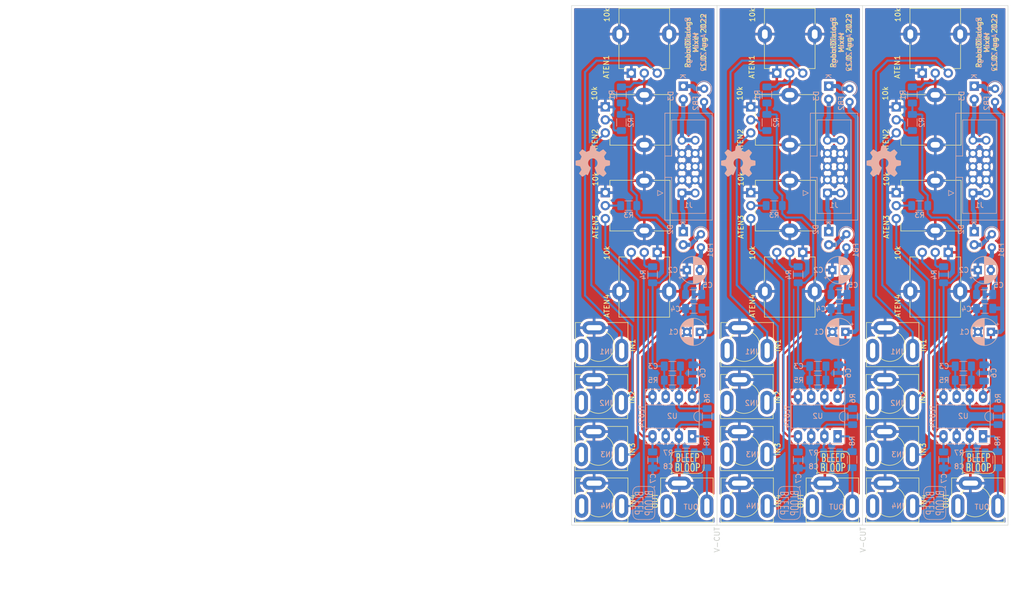
<source format=kicad_pcb>
(kicad_pcb (version 20211014) (generator pcbnew)
  (title_block (title "Mixer") (date "2022-08-06") (rev "1.0") (company "RobotDialogs"))
  (layers (0 "F.Cu" signal) (31 "B.Cu" signal) (34 "B.Paste" user) (35 "F.Paste" user) (36 "B.SilkS" user "B.Silkscreen") (37 "F.SilkS" user "F.Silkscreen") (38 "B.Mask" user) (39 "F.Mask" user) (44 "Edge.Cuts" user))
  (net 0 "")
  (net 1 "+12V")
  (net 2 "GND")
  (net 3 "-12V")
  (net 4 "Net-(ATEN1-Pad2)")
  (net 5 "Net-(ATEN1-Pad3)")
  (net 6 "-12VA")
  (net 7 "Net-(D2-Pad2)")
  (net 8 "Net-(D3-Pad1)")
  (net 9 "+12VA")
  (net 10 "Net-(ATEN2-Pad2)")
  (net 11 "Net-(ATEN3-Pad2)")
  (net 12 "Net-(J2-PadT)")
  (net 13 "Net-(U2-Pad1)")
  (net 14 "Net-(U2-Pad6)")
  (net 15 "Net-(ATEN3-Pad3)")
  (net 16 "Net-(ATEN4-Pad2)")
  (net 17 "Net-(ATEN4-Pad3)")
  (net 18 "Net-(U2-Pad7)")
  (net 19 "Net-(U2-Pad2)")
  (net 25 "Net-(J4-PadT)")
  (footprint "My Stuff:Jack_3.5mm_MJ-355W_Vertical" (layer "F.Cu") (at 161.65 145.416668 -90)
    (fp_text reference "J2")
    (fp_text value "OUT")
  )
  (footprint "My Stuff:Jack_3.5mm_MJ-355W_Vertical" (layer "F.Cu") (at 145.25 115.5 -90)
    (fp_text reference "J3")
    (fp_text value "IN1")
  )
  (footprint "My Stuff:Jack_3.5mm_MJ-355W_Vertical" (layer "F.Cu") (at 201.2 135.5 -90)
    (fp_text reference "J5")
    (fp_text value "IN3")
  )
  (footprint "My Stuff:Jack_3.5mm_MJ-355W_Vertical" (layer "F.Cu") (at 189.65 145.416668 -90)
    (fp_text reference "J2")
    (fp_text value "OUT")
  )
  (footprint "My Stuff:Logo2" (layer "F.Cu") (at 209.9 145.7 90)
    (fp_text reference "LOGO2" hide)
    (fp_text value "logo1" hide)
  )
  (footprint "My Stuff:Potentiometer_Alpha_RD901F-40-00D_Single_Vertical_w_3d" (layer "F.Cu") (at 182 72)
    (fp_text reference "ATEN2")
    (fp_text value "10k")
  )
  (footprint "My Stuff:Potentiometer_Alpha_RD901F-40-00D_Single_Vertical_w_3d" (layer "F.Cu") (at 182 88.5)
    (fp_text reference "ATEN3")
    (fp_text value "10k")
  )
  (footprint "My Stuff:Potentiometer_Alpha_RD901F-40-00D_Single_Vertical_w_3d" (layer "F.Cu") (at 210 72)
    (fp_text reference "ATEN2")
    (fp_text value "10k")
  )
  (footprint "My Stuff:Jack_3.5mm_MJ-355W_Vertical" (layer "F.Cu") (at 201.25 145.416668 -90)
    (fp_text reference "J6")
    (fp_text value "IN4")
  )
  (footprint "My Stuff:Jack_3.5mm_MJ-355W_Vertical" (layer "F.Cu") (at 173.25 145.416668 -90)
    (fp_text reference "J6")
    (fp_text value "IN4")
  )
  (footprint "My Stuff:Jack_3.5mm_MJ-355W_Vertical" (layer "F.Cu") (at 173.2 125.5 -90)
    (fp_text reference "J4")
    (fp_text value "IN2")
  )
  (footprint "My Stuff:Jack_3.5mm_MJ-355W_Vertical" (layer "F.Cu") (at 173.25 115.5 -90)
    (fp_text reference "J3")
    (fp_text value "IN1")
  )
  (footprint "My Stuff:Logo1" (layer "F.Cu") (at 190.3 137.9)
    (fp_text reference "LOGO1" hide)
    (fp_text value "logo1" hide)
  )
  (footprint "My Stuff:Jack_3.5mm_MJ-355W_Vertical" (layer "F.Cu") (at 217.65 145.416668 -90)
    (fp_text reference "J2")
    (fp_text value "OUT")
  )
  (footprint "My Stuff:Logo1" (layer "F.Cu") (at 162.3 137.9)
    (fp_text reference "LOGO1" hide)
    (fp_text value "logo1" hide)
  )
  (footprint "My Stuff:Potentiometer_Alpha_RD901F-40-00D_Single_Vertical_w_3d" (layer "F.Cu") (at 210 88.5)
    (fp_text reference "ATEN3")
    (fp_text value "10k")
  )
  (footprint "My Stuff:Potentiometer_Alpha_RD901F-40-00D_Single_Vertical_w_3d" (layer "F.Cu") (at 154 72)
    (fp_text reference "ATEN2")
    (fp_text value "10k")
  )
  (footprint "My Stuff:Jack_3.5mm_MJ-355W_Vertical" (layer "F.Cu") (at 145.25 145.416668 -90)
    (fp_text reference "J6")
    (fp_text value "IN4")
  )
  (footprint "My Stuff:Potentiometer_Alpha_RD901F-40-00D_Single_Vertical_w_3d" (layer "F.Cu") (at 182 105 -90)
    (fp_text reference "ATEN4")
    (fp_text value "10k")
  )
  (footprint "My Stuff:Potentiometer_Alpha_RD901F-40-00D_Single_Vertical_w_3d" (layer "F.Cu") (at 182 55.5 90)
    (fp_text reference "ATEN1")
    (fp_text value "10k")
  )
  (footprint "My Stuff:Jack_3.5mm_MJ-355W_Vertical" (layer "F.Cu") (at 145.2 135.5 -90)
    (fp_text reference "J5")
    (fp_text value "IN3")
  )
  (footprint "My Stuff:Potentiometer_Alpha_RD901F-40-00D_Single_Vertical_w_3d" (layer "F.Cu") (at 210 105 -90)
    (fp_text reference "ATEN4")
    (fp_text value "10k")
  )
  (footprint "My Stuff:Potentiometer_Alpha_RD901F-40-00D_Single_Vertical_w_3d" (layer "F.Cu") (at 210 55.5 90)
    (fp_text reference "ATEN1")
    (fp_text value "10k")
  )
  (footprint "My Stuff:Jack_3.5mm_MJ-355W_Vertical" (layer "F.Cu") (at 173.2 135.5 -90)
    (fp_text reference "J5")
    (fp_text value "IN3")
  )
  (footprint "My Stuff:Logo2" (layer "F.Cu") (at 181.9 145.7 90)
    (fp_text reference "LOGO2" hide)
    (fp_text value "logo1" hide)
  )
  (footprint "My Stuff:Jack_3.5mm_MJ-355W_Vertical" (layer "F.Cu") (at 201.2 125.5 -90)
    (fp_text reference "J4")
    (fp_text value "IN2")
  )
  (footprint "My Stuff:Potentiometer_Alpha_RD901F-40-00D_Single_Vertical_w_3d" (layer "F.Cu") (at 154 105 -90)
    (fp_text reference "ATEN4")
    (fp_text value "10k")
  )
  (footprint "My Stuff:Potentiometer_Alpha_RD901F-40-00D_Single_Vertical_w_3d" (layer "F.Cu") (at 154 88.5)
    (fp_text reference "ATEN3")
    (fp_text value "10k")
  )
  (footprint "My Stuff:Potentiometer_Alpha_RD901F-40-00D_Single_Vertical_w_3d" (layer "F.Cu") (at 154 55.5 90)
    (fp_text reference "ATEN1")
    (fp_text value "10k")
  )
  (footprint "My Stuff:Logo1" (layer "F.Cu") (at 218.3 137.9)
    (fp_text reference "LOGO1" hide)
    (fp_text value "logo1" hide)
  )
  (footprint "My Stuff:Logo2" (layer "F.Cu") (at 153.9 145.7 90)
    (fp_text reference "LOGO2" hide)
    (fp_text value "logo1" hide)
  )
  (footprint "My Stuff:Jack_3.5mm_MJ-355W_Vertical" (layer "F.Cu") (at 145.2 125.5 -90)
    (fp_text reference "J4")
    (fp_text value "IN2")
  )
  (footprint "My Stuff:Jack_3.5mm_MJ-355W_Vertical" (layer "F.Cu") (at 201.25 115.5 -90)
    (fp_text reference "J3")
    (fp_text value "IN1")
  )
  (footprint "Capacitor_SMD:C_1206_3216Metric_Pad1.33x1.80mm_HandSolder" (layer "B.Cu") (at 215.4 119.4)
    (fp_text reference "C3")
    (fp_text value "10pF")
  )
  (footprint "Symbol:OSHW-Symbol_6.7x6mm_SilkScreen" (layer "B.Cu") (at 200.1 80 180)
    (fp_text reference "LOGO3" hide)
    (fp_text value "Logo_Open_Hardware_Small" hide)
  )
  (footprint "Capacitor_THT:CP_Radial_D5.0mm_P2.50mm" (layer "B.Cu") (at 190.194888 100.9)
    (fp_text reference "C2")
    (fp_text value "100uF")
  )
  (footprint "Resistor_SMD:R_1206_3216Metric_Pad1.30x1.75mm_HandSolder" (layer "B.Cu") (at 218.05 136.1)
    (fp_text reference "R7")
    (fp_text value "100k")
  )
  (footprint "Diode_THT:D_A-405_P2.54mm_Vertical_KathodeUp" (layer "B.Cu") (at 217.5 65.5 -90)
    (fp_text reference "D3")
    (fp_text value "D")
  )
  (footprint "Package_DIP:DIP-8_W7.62mm_Socket_LongPads" (layer "B.Cu") (at 191.2 132.9 90)
    (fp_text reference "U2")
    (fp_text value "TL072")
  )
  (footprint "Resistor_SMD:R_1206_3216Metric_Pad1.30x1.75mm_HandSolder" (layer "B.Cu") (at 194 137.4 -90)
    (fp_text reference "R8")
    (fp_text value "1k")
  )
  (footprint "Symbol:OSHW-Symbol_6.7x6mm_SilkScreen" (layer "B.Cu") (at 172.1 80 180)
    (fp_text reference "LOGO3" hide)
    (fp_text value "Logo_Open_Hardware_Small" hide)
  )
  (footprint "Resistor_SMD:R_1206_3216Metric_Pad1.30x1.75mm_HandSolder" (layer "B.Cu") (at 207 88.5)
    (fp_text reference "R3")
    (fp_text value "47k")
  )
  (footprint "Inductor_THT:L_Axial_L6.6mm_D2.7mm_P2.54mm_Vertical_Vishay_IM-2" (layer "B.Cu") (at 220.9 94 -90)
    (fp_text reference "FB1")
    (fp_text value "FerriteBead")
  )
  (footprint "Inductor_THT:L_Axial_L6.6mm_D2.7mm_P2.54mm_Vertical_Vishay_IM-2" (layer "B.Cu") (at 192.9 94 -90)
    (fp_text reference "FB1")
    (fp_text value "FerriteBead")
  )
  (footprint "Capacitor_SMD:C_1206_3216Metric_Pad1.33x1.80mm_HandSolder" (layer "B.Cu") (at 155.6 137.4625 90)
    (fp_text reference "C7")
    (fp_text value "10nF")
  )
  (footprint "Resistor_SMD:R_1206_3216Metric_Pad1.30x1.75mm_HandSolder" (layer "B.Cu") (at 162.05 136.1)
    (fp_text reference "R7")
    (fp_text value "100k")
  )
  (footprint "Resistor_SMD:R_1206_3216Metric_Pad1.30x1.75mm_HandSolder" (layer "B.Cu") (at 155.6 101.8 -90)
    (fp_text reference "R4")
    (fp_text value "47k")
  )
  (footprint "Diode_THT:D_A-405_P2.54mm_Vertical_KathodeUp" (layer "B.Cu") (at 189.5 93.5 -90)
    (fp_text reference "D2")
    (fp_text value "D")
  )
  (footprint "Resistor_SMD:R_1206_3216Metric_Pad1.30x1.75mm_HandSolder" (layer "B.Cu") (at 222.1 129.1 -90)
    (fp_text reference "R6")
    (fp_text value "100k")
  )
  (footprint "Capacitor_THT:CP_Radial_D5.0mm_P2.50mm" (layer "B.Cu") (at 220.705113 112.8 180)
    (fp_text reference "C1")
    (fp_text value "100uF")
  )
  (footprint "Resistor_SMD:R_1206_3216Metric_Pad1.30x1.75mm_HandSolder" (layer "B.Cu") (at 205.6 72.5 90)
    (fp_text reference "R2")
    (fp_text value "47k")
  )
  (footprint "Capacitor_SMD:C_1206_3216Metric_Pad1.33x1.80mm_HandSolder" (layer "B.Cu") (at 191.4 120.7 90)
    (fp_text reference "C6")
    (fp_text value "10nF")
  )
  (footprint "Capacitor_SMD:C_1206_3216Metric_Pad1.33x1.80mm_HandSolder" (layer "B.Cu") (at 211.6 137.4625 90)
    (fp_text reference "C7")
    (fp_text value "10nF")
  )
  (footprint "Capacitor_SMD:C_1206_3216Metric_Pad1.33x1.80mm_HandSolder" (layer "B.Cu") (at 183.6 137.4625 90)
    (fp_text reference "C7")
    (fp_text value "10nF")
  )
  (footprint "Connector_IDC:IDC-Header_2x05_P2.54mm_Vertical" (layer "B.Cu") (at 189.2475 86.08)
    (fp_text reference "J1")
    (fp_text value "Conn_02x05_Odd_Even")
  )
  (footprint "Resistor_SMD:R_1206_3216Metric_Pad1.30x1.75mm_HandSolder" (layer "B.Cu") (at 179 88.5)
    (fp_text reference "R3")
    (fp_text value "47k")
  )
  (footprint "Connector_IDC:IDC-Header_2x05_P2.54mm_Vertical" (layer "B.Cu") (at 217.2475 86.08)
    (fp_text reference "J1")
    (fp_text value "Conn_02x05_Odd_Even")
  )
  (footprint "Connector_IDC:IDC-Header_2x05_P2.54mm_Vertical" (layer "B.Cu") (at 161.2475 86.08)
    (fp_text reference "J1")
    (fp_text value "Conn_02x05_Odd_Even")
  )
  (footprint "Resistor_SMD:R_1206_3216Metric_Pad1.30x1.75mm_HandSolder" (layer "B.Cu") (at 194.1 129.1 -90)
    (fp_text reference "R6")
    (fp_text value "100k")
  )
  (footprint "Diode_THT:D_A-405_P2.54mm_Vertical_KathodeUp" (layer "B.Cu") (at 217.5 93.5 -90)
    (fp_text reference "D2")
    (fp_text value "D")
  )
  (footprint "Diode_THT:D_A-405_P2.54mm_Vertical_KathodeUp" (layer "B.Cu") (at 161.5 65.5 -90)
    (fp_text reference "D3")
    (fp_text value "D")
  )
  (footprint "Capacitor_THT:CP_Radial_D5.0mm_P2.50mm" (layer "B.Cu") (at 218.194888 100.9)
    (fp_text reference "C2")
    (fp_text value "100uF")
  )
  (footprint "Resistor_SMD:R_1206_3216Metric_Pad1.30x1.75mm_HandSolder" (layer "B.Cu") (at 177.6 67.2 -90)
    (fp_text reference "R1")
    (fp_text value "47k")
  )
  (footprint "Capacitor_SMD:C_1206_3216Metric_Pad1.33x1.80mm_HandSolder" (layer "B.Cu") (at 191.5 108.3 180)
    (fp_text reference "C4")
    (fp_text value "10nF")
  )
  (footprint "Diode_THT:D_A-405_P2.54mm_Vertical_KathodeUp" (layer "B.Cu") (at 161.5 93.5 -90)
    (fp_text reference "D2")
    (fp_text value "D")
  )
  (footprint "Capacitor_SMD:C_1206_3216Metric_Pad1.33x1.80mm_HandSolder" (layer "B.Cu") (at 163.4 120.7 90)
    (fp_text reference "C6")
    (fp_text value "10nF")
  )
  (footprint "Inductor_THT:L_Axial_L6.6mm_D2.7mm_P2.54mm_Vertical_Vishay_IM-2" (layer "B.Cu") (at 221.5 66 -90)
    (fp_text reference "FB2")
    (fp_text value "FerriteBead")
  )
  (footprint "Resistor_SMD:R_1206_3216Metric_Pad1.30x1.75mm_HandSolder" (layer "B.Cu") (at 151 88.5)
    (fp_text reference "R3")
    (fp_text value "47k")
  )
  (footprint "Resistor_SMD:R_1206_3216Metric_Pad1.30x1.75mm_HandSolder" (layer "B.Cu") (at 205.6 67.2 -90)
    (fp_text reference "R1")
    (fp_text value "47k")
  )
  (footprint "Resistor_SMD:R_1206_3216Metric_Pad1.30x1.75mm_HandSolder" (layer "B.Cu") (at 215.4 122.100001)
    (fp_text reference "R5")
    (fp_text value "47k")
  )
  (footprint "Resistor_SMD:R_1206_3216Metric_Pad1.30x1.75mm_HandSolder" (layer "B.Cu") (at 211.6 101.8 -90)
    (fp_text reference "R4")
    (fp_text value "47k")
  )
  (footprint "Capacitor_THT:CP_Radial_D5.0mm_P2.50mm" (layer "B.Cu") (at 164.705113 112.8 180)
    (fp_text reference "C1")
    (fp_text value "100uF")
  )
  (footprint "Resistor_SMD:R_1206_3216Metric_Pad1.30x1.75mm_HandSolder" (layer "B.Cu") (at 159.4 122.100001)
    (fp_text reference "R5")
    (fp_text value "47k")
  )
  (footprint "Resistor_SMD:R_1206_3216Metric_Pad1.30x1.75mm_HandSolder" (layer "B.Cu") (at 149.6 72.5 90)
    (fp_text reference "R2")
    (fp_text value "47k")
  )
  (footprint "Capacitor_SMD:C_1206_3216Metric_Pad1.33x1.80mm_HandSolder" (layer "B.Cu") (at 190.0625 138.75)
    (fp_text reference "C8")
    (fp_text value "10pF")
  )
  (footprint "Resistor_SMD:R_1206_3216Metric_Pad1.30x1.75mm_HandSolder" (layer "B.Cu") (at 177.6 72.5 90)
    (fp_text reference "R2")
    (fp_text value "47k")
  )
  (footprint "Package_DIP:DIP-8_W7.62mm_Socket_LongPads" (layer "B.Cu") (at 219.2 132.9 90)
    (fp_text reference "U2")
    (fp_text value "TL072")
  )
  (footprint "Capacitor_SMD:C_1206_3216Metric_Pad1.33x1.80mm_HandSolder" (layer "B.Cu") (at 191.5 105.6 180)
    (fp_text reference "C5")
    (fp_text value "10nF")
  )
  (footprint "Capacitor_SMD:C_1206_3216Metric_Pad1.33x1.80mm_HandSolder" (layer "B.Cu") (at 187.4 119.4)
    (fp_text reference "C3")
    (fp_text value "10pF")
  )
  (footprint "Capacitor_SMD:C_1206_3216Metric_Pad1.33x1.80mm_HandSolder" (layer "B.Cu") (at 218.0625 138.75)
    (fp_text reference "C8")
    (fp_text value "10pF")
  )
  (footprint "Package_DIP:DIP-8_W7.62mm_Socket_LongPads" (layer "B.Cu") (at 163.2 132.9 90)
    (fp_text reference "U2")
    (fp_text value "TL072")
  )
  (footprint "Resistor_SMD:R_1206_3216Metric_Pad1.30x1.75mm_HandSolder" (layer "B.Cu") (at 149.6 67.2 -90)
    (fp_text reference "R1")
    (fp_text value "47k")
  )
  (footprint "Capacitor_THT:CP_Radial_D5.0mm_P2.50mm" (layer "B.Cu") (at 192.705113 112.8 180)
    (fp_text reference "C1")
    (fp_text value "100uF")
  )
  (footprint "Resistor_SMD:R_1206_3216Metric_Pad1.30x1.75mm_HandSolder" (layer "B.Cu") (at 166.1 129.1 -90)
    (fp_text reference "R6")
    (fp_text value "100k")
  )
  (footprint "Symbol:OSHW-Symbol_6.7x6mm_SilkScreen" (layer "B.Cu") (at 144.1 80 180)
    (fp_text reference "LOGO3" hide)
    (fp_text value "Logo_Open_Hardware_Small" hide)
  )
  (footprint "Capacitor_SMD:C_1206_3216Metric_Pad1.33x1.80mm_HandSolder" (layer "B.Cu") (at 163.5 108.3 180)
    (fp_text reference "C4")
    (fp_text value "10nF")
  )
  (footprint "Resistor_SMD:R_1206_3216Metric_Pad1.30x1.75mm_HandSolder" (layer "B.Cu") (at 187.4 122.100001)
    (fp_text reference "R5")
    (fp_text value "47k")
  )
  (footprint "Resistor_SMD:R_1206_3216Metric_Pad1.30x1.75mm_HandSolder" (layer "B.Cu") (at 222 137.4 -90)
    (fp_text reference "R8")
    (fp_text value "1k")
  )
  (footprint "Capacitor_SMD:C_1206_3216Metric_Pad1.33x1.80mm_HandSolder" (layer "B.Cu") (at 219.5 105.6 180)
    (fp_text reference "C5")
    (fp_text value "10nF")
  )
  (footprint "Capacitor_SMD:C_1206_3216Metric_Pad1.33x1.80mm_HandSolder" (layer "B.Cu") (at 163.5 105.6 180)
    (fp_text reference "C5")
    (fp_text value "10nF")
  )
  (footprint "Capacitor_THT:CP_Radial_D5.0mm_P2.50mm" (layer "B.Cu") (at 162.194888 100.9)
    (fp_text reference "C2")
    (fp_text value "100uF")
  )
  (footprint "Capacitor_SMD:C_1206_3216Metric_Pad1.33x1.80mm_HandSolder" (layer "B.Cu") (at 162.0625 138.75)
    (fp_text reference "C8")
    (fp_text value "10pF")
  )
  (footprint "Capacitor_SMD:C_1206_3216Metric_Pad1.33x1.80mm_HandSolder" (layer "B.Cu") (at 159.4 119.4)
    (fp_text reference "C3")
    (fp_text value "10pF")
  )
  (footprint "Inductor_THT:L_Axial_L6.6mm_D2.7mm_P2.54mm_Vertical_Vishay_IM-2" (layer "B.Cu") (at 164.9 94 -90)
    (fp_text reference "FB1")
    (fp_text value "FerriteBead")
  )
  (footprint "Capacitor_SMD:C_1206_3216Metric_Pad1.33x1.80mm_HandSolder" (layer "B.Cu") (at 219.4 120.7 90)
    (fp_text reference "C6")
    (fp_text value "10nF")
  )
  (footprint "Resistor_SMD:R_1206_3216Metric_Pad1.30x1.75mm_HandSolder" (layer "B.Cu") (at 183.6 101.8 -90)
    (fp_text reference "R4")
    (fp_text value "47k")
  )
  (footprint "Resistor_SMD:R_1206_3216Metric_Pad1.30x1.75mm_HandSolder" (layer "B.Cu") (at 190.05 136.1)
    (fp_text reference "R7")
    (fp_text value "100k")
  )
  (footprint "Resistor_SMD:R_1206_3216Metric_Pad1.30x1.75mm_HandSolder" (layer "B.Cu") (at 166 137.4 -90)
    (fp_text reference "R8")
    (fp_text value "1k")
  )
  (footprint "Capacitor_SMD:C_1206_3216Metric_Pad1.33x1.80mm_HandSolder" (layer "B.Cu") (at 219.5 108.3 180)
    (fp_text reference "C4")
    (fp_text value "10nF")
  )
  (footprint "Inductor_THT:L_Axial_L6.6mm_D2.7mm_P2.54mm_Vertical_Vishay_IM-2" (layer "B.Cu") (at 165.5 66 -90)
    (fp_text reference "FB2")
    (fp_text value "FerriteBead")
  )
  (footprint "Diode_THT:D_A-405_P2.54mm_Vertical_KathodeUp" (layer "B.Cu") (at 189.5 65.5 -90)
    (fp_text reference "D3")
    (fp_text value "D")
  )
  (footprint "Inductor_THT:L_Axial_L6.6mm_D2.7mm_P2.54mm_Vertical_Vishay_IM-2" (layer "B.Cu") (at 193.5 66 -90)
    (fp_text reference "FB2")
    (fp_text value "FerriteBead")
  )
  (gr_rect (start 140 50) (end 224 150) (layer "Edge.Cuts") (width 0.1) (fill none))
  (gr_line (start 196 50) (end 196 150) (layer "Edge.Cuts") (width 0.1))
  (gr_line (start 168 150) (end 168 50) (layer "Edge.Cuts") (width 0.1))
  (gr_text "RobotDialogs\n" (at 190.4 57.1 90) (layer "B.SilkS") (effects (font (size 1 1)) (justify mirror)))
  (gr_text "IN1" (at 202.6 116.6) (layer "B.SilkS") (effects (font (size 1 1)) (justify mirror)))
  (gr_text "TL074" (at 153.5 129.1 90) (layer "B.SilkS") (effects (font (size 1 1)) (justify mirror)))
  (gr_text "IN2" (at 174.6 126.5) (layer "B.SilkS") (effects (font (size 1 1)) (justify mirror)))
  (gr_text "v1.0 Aug 2022" (at 165.4 57.1 90) (layer "B.SilkS") (effects (font (size 1 1)) (justify mirror)))
  (gr_text "IN3" (at 146.8 136.4) (layer "B.SilkS") (effects (font (size 1 1)) (justify mirror)))
  (gr_text "IN2" (at 202.6 126.5) (layer "B.SilkS") (effects (font (size 1 1)) (justify mirror)))
  (gr_text "IN4" (at 146.8 146.3) (layer "B.SilkS") (effects (font (size 1 1)) (justify mirror)))
  (gr_text "IN2" (at 146.6 126.5) (layer "B.SilkS") (effects (font (size 1 1)) (justify mirror)))
  (gr_text "IN4" (at 202.8 146.3) (layer "B.SilkS") (effects (font (size 1 1)) (justify mirror)))
  (gr_text "TL074" (at 209.5 129.1 90) (layer "B.SilkS") (effects (font (size 1 1)) (justify mirror)))
  (gr_text "v1.0 Aug 2022" (at 193.4 57.1 90) (layer "B.SilkS") (effects (font (size 1 1)) (justify mirror)))
  (gr_text "IN3" (at 202.8 136.4) (layer "B.SilkS") (effects (font (size 1 1)) (justify mirror)))
  (gr_text "Mixer" (at 191.9 57.1 90) (layer "B.SilkS") (effects (font (size 1 1)) (justify mirror)))
  (gr_text "v1.0 Aug 2022" (at 221.4 57.1 90) (layer "B.SilkS") (effects (font (size 1 1)) (justify mirror)))
  (gr_text "TL074" (at 181.5 129.1 90) (layer "B.SilkS") (effects (font (size 1 1)) (justify mirror)))
  (gr_text "OUT" (at 219 146.5) (layer "B.SilkS") (effects (font (size 1 1)) (justify mirror)))
  (gr_text "IN3" (at 174.8 136.4) (layer "B.SilkS") (effects (font (size 1 1)) (justify mirror)))
  (gr_text "IN1" (at 146.6 116.6) (layer "B.SilkS") (effects (font (size 1 1)) (justify mirror)))
  (gr_text "RobotDialogs\n" (at 162.4 57.1 90) (layer "B.SilkS") (effects (font (size 1 1)) (justify mirror)))
  (gr_text "RobotDialogs\n" (at 218.4 57.1 90) (layer "B.SilkS") (effects (font (size 1 1)) (justify mirror)))
  (gr_text "OUT" (at 191 146.5) (layer "B.SilkS") (effects (font (size 1 1)) (justify mirror)))
  (gr_text "IN4" (at 174.8 146.3) (layer "B.SilkS") (effects (font (size 1 1)) (justify mirror)))
  (gr_text "IN1" (at 174.6 116.6) (layer "B.SilkS") (effects (font (size 1 1)) (justify mirror)))
  (gr_text "OUT" (at 163 146.5) (layer "B.SilkS") (effects (font (size 1 1)) (justify mirror)))
  (gr_text "Mixer" (at 219.9 57.1 90) (layer "B.SilkS") (effects (font (size 1 1)) (justify mirror)))
  (gr_text "Mixer" (at 163.9 57.1 90) (layer "B.SilkS") (effects (font (size 1 1)) (justify mirror)))
  (gr_text "v1.0 Aug 2022" (at 165.4 57.1 90) (layer "F.SilkS") (effects (font (size 1 1))))
  (gr_text "Mixer" (at 163.9 57.1 90) (layer "F.SilkS") (effects (font (size 1 1))))
  (gr_text "RobotDialogs\n" (at 190.4 57.1 90) (layer "F.SilkS") (effects (font (size 1 1))))
  (gr_text "RobotDialogs\n" (at 162.4 57.1 90) (layer "F.SilkS") (effects (font (size 1 1))))
  (gr_text "v1.0 Aug 2022" (at 193.4 57.1 90) (layer "F.SilkS") (effects (font (size 1 1))))
  (gr_text "v1.0 Aug 2022" (at 221.4 57.1 90) (layer "F.SilkS") (effects (font (size 1 1))))
  (gr_text "RobotDialogs\n" (at 218.4 57.1 90) (layer "F.SilkS") (effects (font (size 1 1))))
  (gr_text "Mixer" (at 191.9 57.1 90) (layer "F.SilkS") (effects (font (size 1 1))))
  (gr_text "Mixer" (at 219.9 57.1 90) (layer "F.SilkS") (effects (font (size 1 1))))
  (gr_text "V-CUT" (at 196.1 152.8 90) (layer "Edge.Cuts") (effects (font (size 1 1))))
  (gr_text "V-CUT" (at 168 152.8 90) (layer "Edge.Cuts") (effects (font (size 1 1))))
  (segment (start 164.705113 123.774887) (end 163.2 125.28) (width 0.4) (layer "F.Cu") (net 1))
  (segment (start 192.705113 123.774887) (end 191.2 125.28) (width 0.4) (layer "F.Cu") (net 1))
  (segment (start 164.705113 112.8) (end 164.705113 123.774887) (width 0.4) (layer "F.Cu") (net 1))
  (segment (start 220.705113 112.8) (end 220.705113 123.774887) (width 0.4) (layer "F.Cu") (net 1))
  (segment (start 192.705113 112.8) (end 192.705113 123.774887) (width 0.4) (layer "F.Cu") (net 1))
  (segment (start 220.705113 123.774887) (end 219.2 125.28) (width 0.4) (layer "F.Cu") (net 1))
  (segment (start 165.5 68.54) (end 165.5 70.2) (width 0.8) (layer "B.Cu") (net 1))
  (segment (start 222.9 112.4) (end 222.5 112.8) (width 0.8) (layer "B.Cu") (net 1))
  (segment (start 191.4 122.2625) (end 191.4 123.2) (width 0.4) (layer "B.Cu") (net 1))
  (segment (start 193.5 70.2) (end 194.9 71.6) (width 0.8) (layer "B.Cu") (net 1))
  (segment (start 165.5 70.2) (end 166.9 71.6) (width 0.8) (layer "B.Cu") (net 1))
  (segment (start 219.4 122.2625) (end 219.4 123.2) (width 0.4) (layer "B.Cu") (net 1))
  (segment (start 166.5 112.8) (end 164.705113 112.8) (width 0.8) (layer "B.Cu") (net 1))
  (segment (start 191.4 123.2) (end 191.2 123.4) (width 0.4) (layer "B.Cu") (net 1))
  (segment (start 194.5 112.8) (end 192.705113 112.8) (width 0.8) (layer "B.Cu") (net 1))
  (segment (start 163.4 122.2625) (end 163.4 123.2) (width 0.4) (layer "B.Cu") (net 1))
  (segment (start 221.0625 108.3) (end 222.9 108.3) (width 0.8) (layer "B.Cu") (net 1))
  (segment (start 219.2 123.4) (end 219.2 125.28) (width 0.4) (layer "B.Cu") (net 1))
  (segment (start 222.5 112.8) (end 220.705113 112.8) (width 0.8) (layer "B.Cu") (net 1))
  (segment (start 193.0625 108.3) (end 194.9 108.3) (width 0.8) (layer "B.Cu") (net 1))
  (segment (start 222.9 71.6) (end 222.9 108.3) (width 0.8) (layer "B.Cu") (net 1))
  (segment (start 163.2 123.4) (end 163.2 125.28) (width 0.4) (layer "B.Cu") (net 1))
  (segment (start 193.5 68.54) (end 193.5 70.2) (width 0.8) (layer "B.Cu") (net 1))
  (segment (start 219.4 123.2) (end 219.2 123.4) (width 0.4) (layer "B.Cu") (net 1))
  (segment (start 222.9 108.3) (end 222.9 112.4) (width 0.8) (layer "B.Cu") (net 1))
  (segment (start 166.9 108.3) (end 166.9 112.4) (width 0.8) (layer "B.Cu") (net 1))
  (segment (start 221.5 68.54) (end 221.5 70.2) (width 0.8) (layer "B.Cu") (net 1))
  (segment (start 194.9 108.3) (end 194.9 112.4) (width 0.8) (layer "B.Cu") (net 1))
  (segment (start 163.4 123.2) (end 163.2 123.4) (width 0.4) (layer "B.Cu") (net 1))
  (segment (start 221.5 70.2) (end 222.9 71.6) (width 0.8) (layer "B.Cu") (net 1))
  (segment (start 194.9 112.4) (end 194.5 112.8) (width 0.8) (layer "B.Cu") (net 1))
  (segment (start 194.9 71.6) (end 194.9 108.3) (width 0.8) (layer "B.Cu") (net 1))
  (segment (start 166.9 112.4) (end 166.5 112.8) (width 0.8) (layer "B.Cu") (net 1))
  (segment (start 191.2 123.4) (end 191.2 125.28) (width 0.4) (layer "B.Cu") (net 1))
  (segment (start 165.0625 108.3) (end 166.9 108.3) (width 0.8) (layer "B.Cu") (net 1))
  (segment (start 166.9 71.6) (end 166.9 108.3) (width 0.8) (layer "B.Cu") (net 1))
  (segment (start 180.7 117.2) (end 180.7 131.9) (width 0.4) (layer "F.Cu") (net 3))
  (segment (start 208.7 117.2) (end 208.7 131.9) (width 0.4) (layer "F.Cu") (net 3))
  (segment (start 164.694888 105.205112) (end 152.7 117.2) (width 0.4) (layer "F.Cu") (net 3))
  (segment (start 220.694888 105.205112) (end 208.7 117.2) (width 0.4) (layer "F.Cu") (net 3))
  (segment (start 152.7 131.9) (end 153.7 132.9) (width 0.4) (layer "F.Cu") (net 3))
  (segment (start 180.7 131.9) (end 181.7 132.9) (width 0.4) (layer "F.Cu") (net 3))
  (segment (start 209.7 132.9) (end 211.58 132.9) (width 0.4) (layer "F.Cu") (net 3))
  (segment (start 220.694888 100.9) (end 220.694888 105.205112) (width 0.4) (layer "F.Cu") (net 3))
  (segment (start 153.7 132.9) (end 155.58 132.9) (width 0.4) (layer "F.Cu") (net 3))
  (segment (start 152.7 117.2) (end 152.7 131.9) (width 0.4) (layer "F.Cu") (net 3))
  (segment (start 192.694888 100.9) (end 192.694888 105.205112) (width 0.4) (layer "F.Cu") (net 3))
  (segment (start 192.694888 105.205112) (end 180.7 117.2) (width 0.4) (layer "F.Cu") (net 3))
  (segment (start 164.694888 100.9) (end 164.694888 105.205112) (width 0.4) (layer "F.Cu") (net 3))
  (segment (start 181.7 132.9) (end 183.58 132.9) (width 0.4) (layer "F.Cu") (net 3))
  (segment (start 208.7 131.9) (end 209.7 132.9) (width 0.4) (layer "F.Cu") (net 3))
  (segment (start 217.9375 104.0625) (end 218.7 103.3) (width 0.8) (layer "B.Cu") (net 3))
  (segment (start 190.7 103.3) (end 192.2 103.3) (width 0.8) (layer "B.Cu") (net 3))
  (segment (start 189.9375 105.6) (end 189.9375 104.0625) (width 0.8) (layer "B.Cu") (net 3))
  (segment (start 218.7 103.3) (end 220.2 103.3) (width 0.8) (layer "B.Cu") (net 3))
  (segment (start 192.694888 102.794888) (end 192.694888 100.9) (width 0.8) (layer "B.Cu") (net 3))
  (segment (start 161.9375 105.6) (end 161.9375 104.0625) (width 0.8) (layer "B.Cu") (net 3))
  (segment (start 220.7 102.8) (end 220.694888 102.794888) (width 0.8) (layer "B.Cu") (net 3))
  (segment (start 161.9375 104.0625) (end 162.7 103.3) (width 0.8) (layer "B.Cu") (net 3))
  (segment (start 164.694888 102.794888) (end 164.694888 100.9) (width 0.8) (layer "B.Cu") (net 3))
  (segment (start 220.9 96.54) (end 220.9 98.2) (width 0.8) (layer "B.Cu") (net 3))
  (segment (start 220.2 103.3) (end 220.7 102.8) (width 0.8) (layer "B.Cu") (net 3))
  (segment (start 220.694888 98.405112) (end 220.694888 100.9) (width 0.8) (layer "B.Cu") (net 3))
  (segment (start 211.58 132.9) (end 211.58 135.88) (width 0.4) (layer "B.Cu") (net 3))
  (segment (start 164.7 102.8) (end 164.694888 102.794888) (width 0.8) (layer "B.Cu") (net 3))
  (segment (start 162.7 103.3) (end 164.2 103.3) (width 0.8) (layer "B.Cu") (net 3))
  (segment (start 211.58 135.88) (end 211.6 135.9) (width 0.4) (layer "B.Cu") (net 3))
  (segment (start 192.7 102.8) (end 192.694888 102.794888) (width 0.8) (layer "B.Cu") (net 3))
  (segment (start 155.58 135.88) (end 155.6 135.9) (width 0.4) (layer "B.Cu") (net 3))
  (segment (start 155.58 132.9) (end 155.58 135.88) (width 0.4) (layer "B.Cu") (net 3))
  (segment (start 183.58 132.9) (end 183.58 135.88) (width 0.4) (layer "B.Cu") (net 3))
  (segment (start 192.9 96.54) (end 192.9 98.2) (width 0.8) (layer "B.Cu") (net 3))
  (segment (start 164.9 96.54) (end 164.9 98.2) (width 0.8) (layer "B.Cu") (net 3))
  (segment (start 192.694888 98.405112) (end 192.694888 100.9) (width 0.8) (layer "B.Cu") (net 3))
  (segment (start 220.694888 102.794888) (end 220.694888 100.9) (width 0.8) (layer "B.Cu") (net 3))
  (segment (start 192.2 103.3) (end 192.7 102.8) (width 0.8) (layer "B.Cu") (net 3))
  (segment (start 164.2 103.3) (end 164.7 102.8) (width 0.8) (layer "B.Cu") (net 3))
  (segment (start 183.58 135.88) (end 183.6 135.9) (width 0.4) (layer "B.Cu") (net 3))
  (segment (start 164.694888 98.405112) (end 164.694888 100.9) (width 0.8) (layer "B.Cu") (net 3))
  (segment (start 164.9 98.2) (end 164.694888 98.405112) (width 0.8) (layer "B.Cu") (net 3))
  (segment (start 220.9 98.2) (end 220.694888 98.405112) (width 0.8) (layer "B.Cu") (net 3))
  (segment (start 217.9375 105.6) (end 217.9375 104.0625) (width 0.8) (layer "B.Cu") (net 3))
  (segment (start 189.9375 104.0625) (end 190.7 103.3) (width 0.8) (layer "B.Cu") (net 3))
  (segment (start 192.9 98.2) (end 192.694888 98.405112) (width 0.8) (layer "B.Cu") (net 3))
  (segment (start 182 64.4) (end 181.5 64.9) (width 0.4) (layer "B.Cu") (net 4))
  (segment (start 154 63) (end 154 64.4) (width 0.4) (layer "B.Cu") (net 4))
  (segment (start 210 63) (end 210 64.4) (width 0.4) (layer "B.Cu") (net 4))
  (segment (start 151.25 65.65) (end 152 64.9) (width 0.4) (layer "B.Cu") (net 4))
  (segment (start 210 64.4) (end 209.5 64.9) (width 0.4) (layer "B.Cu") (net 4))
  (segment (start 154 64.4) (end 153.5 64.9) (width 0.4) (layer "B.Cu") (net 4))
  (segment (start 181.5 64.9) (end 180 64.9) (width 0.4) (layer "B.Cu") (net 4))
  (segment (start 182 63) (end 182 64.4) (width 0.4) (layer "B.Cu") (net 4))
  (segment (start 153.5 64.9) (end 152 64.9) (width 0.4) (layer "B.Cu") (net 4))
  (segment (start 149.6 65.65) (end 151.25 65.65) (width 0.4) (layer "B.Cu") (net 4))
  (segment (start 177.6 65.65) (end 179.25 65.65) (width 0.4) (layer "B.Cu") (net 4))
  (segment (start 207.25 65.65) (end 208 64.9) (width 0.4) (layer "B.Cu") (net 4))
  (segment (start 205.6 65.65) (end 207.25 65.65) (width 0.4) (layer "B.Cu") (net 4))
  (segment (start 209.5 64.9) (end 208 64.9) (width 0.4) (layer "B.Cu") (net 4))
  (segment (start 179.25 65.65) (end 180 64.9) (width 0.4) (layer "B.Cu") (net 4))
  (segment (start 205.65 112.85) (end 205.65 116.4) (width 0.4) (layer "B.Cu") (net 5))
  (segment (start 142.6 94.9) (end 142.6 105.8) (width 0.4) (layer "B.Cu") (net 5))
  (segment (start 170.6 105.8) (end 177.65 112.85) (width 0.4) (layer "B.Cu") (net 5))
  (segment (start 200.8 60.6) (end 210.1 60.6) (width 0.4) (layer "B.Cu") (net 5))
  (segment (start 142.6 94.9) (end 142.6 62.8) (width 0.4) (layer "B.Cu") (net 5))
  (segment (start 154.1 60.6) (end 156.5 63) (width 0.4) (layer "B.Cu") (net 5))
  (segment (start 142.6 62.8) (end 144.8 60.6) (width 0.4) (layer "B.Cu") (net 5))
  (segment (start 170.6 62.8) (end 172.8 60.6) (width 0.4) (layer "B.Cu") (net 5))
  (segment (start 172.8 60.6) (end 182.1 60.6) (width 0.4) (layer "B.Cu") (net 5))
  (segment (start 177.65 112.85) (end 177.65 116.4) (width 0.4) (layer "B.Cu") (net 5))
  (segment (start 142.6 105.8) (end 149.65 112.85) (width 0.4) (layer "B.Cu") (net 5))
  (segment (start 182.1 60.6) (end 184.5 63) (width 0.4) (layer "B.Cu") (net 5))
  (segment (start 170.6 94.9) (end 170.6 62.8) (width 0.4) (layer "B.Cu") (net 5))
  (segment (start 198.6 94.9) (end 198.6 62.8) (width 0.4) (layer "B.Cu") (net 5))
  (segment (start 170.6 94.9) (end 170.6 105.8) (width 0.4) (layer "B.Cu") (net 5))
  (segment (start 144.8 60.6) (end 154.1 60.6) (width 0.4) (layer "B.Cu") (net 5))
  (segment (start 198.6 94.9) (end 198.6 105.8) (width 0.4) (layer "B.Cu") (net 5))
  (segment (start 198.6 62.8) (end 200.8 60.6) (width 0.4) (layer "B.Cu") (net 5))
  (segment (start 210.1 60.6) (end 212.5 63) (width 0.4) (layer "B.Cu") (net 5))
  (segment (start 149.65 112.85) (end 149.65 116.4) (width 0.4) (layer "B.Cu") (net 5))
  (segment (start 198.6 105.8) (end 205.65 112.85) (width 0.4) (layer "B.Cu") (net 5))
  (segment (start 217.5 93.5) (end 217.5 89.6) (width 0.8) (layer "B.Cu") (net 6))
  (segment (start 161.5 93.5) (end 161.5 89.6) (width 0.8) (layer "B.Cu") (net 6))
  (segment (start 163.7875 86.08) (end 161.2475 86.08) (width 0.8) (layer "B.Cu") (net 6))
  (segment (start 219.7875 86.08) (end 217.2475 86.08) (width 0.8) (layer "B.Cu") (net 6))
  (segment (start 161.2475 86.08) (end 161.2475 89.3475) (width 0.8) (layer "B.Cu") (net 6))
  (segment (start 189.2475 86.08) (end 189.2475 89.3475) (width 0.8) (layer "B.Cu") (net 6))
  (segment (start 191.7875 86.08) (end 189.2475 86.08) (width 0.8) (layer "B.Cu") (net 6))
  (segment (start 189.5 89.6) (end 189.2475 89.3475) (width 0.8) (layer "B.Cu") (net 6))
  (segment (start 161.5 89.6) (end 161.2475 89.3475) (width 0.8) (layer "B.Cu") (net 6))
  (segment (start 217.5 89.6) (end 217.2475 89.3475) (width 0.8) (layer "B.Cu") (net 6))
  (segment (start 189.5 93.5) (end 189.5 89.6) (width 0.8) (layer "B.Cu") (net 6))
  (segment (start 217.2475 86.08) (end 217.2475 89.3475) (width 0.8) (layer "B.Cu") (net 6))
  (segment (start 218.86 96.04) (end 220.9 94) (width 0.8) (layer "B.Cu") (net 7))
  (segment (start 190.86 96.04) (end 192.9 94) (width 0.8) (layer "B.Cu") (net 7))
  (segment (start 161.5 96.04) (end 162.86 96.04) (width 0.8) (layer "B.Cu") (net 7))
  (segment (start 162.86 96.04) (end 164.9 94) (width 0.8) (layer "B.Cu") (net 7))
  (segment (start 189.5 96.04) (end 190.86 96.04) (width 0.8) (layer "B.Cu") (net 7))
  (segment (start 217.5 96.04) (end 218.86 96.04) (width 0.8) (layer "B.Cu") (net 7))
  (segment (start 163.3 65.5) (end 163.8 66) (width 0.8) (layer "B.Cu") (net 8))
  (segment (start 163.8 66) (end 165.5 66) (width 0.8) (layer "B.Cu") (net 8))
  (segment (start 189.5 65.5) (end 191.3 65.5) (width 0.8) (layer "B.Cu") (net 8))
  (segment (start 217.5 65.5) (end 219.3 65.5) (width 0.8) (layer "B.Cu") (net 8))
  (segment (start 161.5 65.5) (end 163.3 65.5) (width 0.8) (layer "B.Cu") (net 8))
  (segment (start 219.3 65.5) (end 219.8 66) (width 0.8) (layer "B.Cu") (net 8))
  (segment (start 219.8 66) (end 221.5 66) (width 0.8) (layer "B.Cu") (net 8))
  (segment (start 191.8 66) (end 193.5 66) (width 0.8) (layer "B.Cu") (net 8))
  (segment (start 191.3 65.5) (end 191.8 66) (width 0.8) (layer "B.Cu") (net 8))
  (segment (start 191.7875 75.92) (end 189.2475 75.92) (width 0.8) (layer "B.Cu") (net 9))
  (segment (start 163.7875 75.92) (end 161.2475 75.92) (width 0.8) (layer "B.Cu") (net 9))
  (segment (start 189.5 71.6) (end 189.2475 71.8525) (width 0.8) (layer "B.Cu") (net 9))
  (segment (start 217.5 68.04) (end 217.5 71.6) (width 0.8) (layer "B.Cu") (net 9))
  (segment (start 217.5 71.6) (end 217.2475 71.8525) (width 0.8) (layer "B.Cu") (net 9))
  (segment (start 161.2475 75.92) (end 161.2475 71.8525) (width 0.8) (layer "B.Cu") (net 9))
  (segment (start 217.2475 75.92) (end 217.2475 71.8525) (width 0.8) (layer "B.Cu") (net 9))
  (segment (start 189.2475 75.92) (end 189.2475 71.8525) (width 0.8) (layer "B.Cu") (net 9))
  (segment (start 161.5 71.6) (end 161.2475 71.8525) (width 0.8) (layer "B.Cu") (net 9))
  (segment (start 161.5 68.04) (end 161.5 71.6) (width 0.8) (layer "B.Cu") (net 9))
  (segment (start 219.7875 75.92) (end 217.2475 75.92) (width 0.8) (layer "B.Cu") (net 9))
  (segment (start 189.5 68.04) (end 189.5 71.6) (width 0.8) (layer "B.Cu") (net 9))
  (segment (start 148.35 74.05) (end 148.1 73.8) (width 0.4) (layer "B.Cu") (net 10))
  (segment (start 203.6 72) (end 202.5 72) (width 0.4) (layer "B.Cu") (net 10))
  (segment (start 204.35 74.05) (end 204.1 73.8) (width 0.4) (layer "B.Cu") (net 10))
  (segment (start 176.1 73.8) (end 176.1 72.5) (width 0.4) (layer "B.Cu") (net 10))
  (segment (start 176.1 72.5) (end 175.6 72) (width 0.4) (layer "B.Cu") (net 10))
  (segment (start 147.6 72) (end 146.5 72) (width 0.4) (layer "B.Cu") (net 10))
  (segment (start 204.1 72.5) (end 203.6 72) (width 0.4) (layer "B.Cu") (net 10))
  (segment (start 204.1 73.8) (end 204.1 72.5) (width 0.4) (layer "B.Cu") (net 10))
  (segment (start 148.1 72.5) (end 147.6 72) (width 0.4) (layer "B.Cu") (net 10))
  (segment (start 175.6 72) (end 174.5 72) (width 0.4) (layer "B.Cu") (net 10))
  (segment (start 205.6 74.05) (end 204.35 74.05) (width 0.4) (layer "B.Cu") (net 10))
  (segment (start 149.6 74.05) (end 148.35 74.05) (width 0.4) (layer "B.Cu") (net 10))
  (segment (start 176.35 74.05) (end 176.1 73.8) (width 0.4) (layer "B.Cu") (net 10))
  (segment (start 177.6 74.05) (end 176.35 74.05) (width 0.4) (layer "B.Cu") (net 10))
  (segment (start 148.1 73.8) (end 148.1 72.5) (width 0.4) (layer "B.Cu") (net 10))
  (segment (start 149.45 88.5) (end 146.5 88.5) (width 0.4) (layer "B.Cu") (net 11))
  (segment (start 177.45 88.5) (end 174.5 88.5) (width 0.4) (layer "B.Cu") (net 11))
  (segment (start 205.45 88.5) (end 202.5 88.5) (width 0.4) (layer "B.Cu") (net 11))
  (segment (start 166 138.95) (end 166.05 139) (width 0.4) (layer "B.Cu") (net 12))
  (segment (start 166.05 139) (end 166.05 146.316668) (width 0.4) (layer "B.Cu") (net 12))
  (segment (start 194.05 139) (end 194.05 146.316668) (width 0.4) (layer "B.Cu") (net 12))
  (segment (start 194 138.95) (end 194.05 139) (width 0.4) (layer "B.Cu") (net 12))
  (segment (start 222 138.95) (end 222.05 139) (width 0.4) (layer "B.Cu") (net 12))
  (segment (start 222.05 139) (end 222.05 146.316668) (width 0.4) (layer "B.Cu") (net 12))
  (segment (start 194 135.85) (end 191.85 135.85) (width 0.4) (layer "B.Cu") (net 13))
  (segment (start 219.625 138.75) (end 219.625 136.125) (width 0.4) (layer "B.Cu") (net 13))
  (segment (start 193.3 132.9) (end 194 133.6) (width 0.4) (layer "B.Cu") (net 13))
  (segment (start 163.625 138.75) (end 163.625 136.125) (width 0.4) (layer "B.Cu") (net 13))
  (segment (start 222 133.6) (end 222 135.85) (width 0.4) (layer "B.Cu") (net 13))
  (segment (start 191.2 132.9) (end 193.3 132.9) (width 0.4) (layer "B.Cu") (net 13))
  (segment (start 163.85 135.85) (end 163.6 136.1) (width 0.4) (layer "B.Cu") (net 13))
  (segment (start 191.625 138.75) (end 191.625 136.125) (width 0.4) (layer "B.Cu") (net 13))
  (segment (start 166 133.6) (end 166 135.85) (width 0.4) (layer "B.Cu") (net 13))
  (segment (start 163.2 132.9) (end 165.3 132.9) (width 0.4) (layer "B.Cu") (net 13))
  (segment (start 166 135.85) (end 163.85 135.85) (width 0.4) (layer "B.Cu") (net 13))
  (segment (start 219.625 136.125) (end 219.6 136.1) (width 0.4) (layer "B.Cu") (net 13))
  (segment (start 219.85 135.85) (end 219.6 136.1) (width 0.4) (layer "B.Cu") (net 13))
  (segment (start 165.3 132.9) (end 166 133.6) (width 0.4) (layer "B.Cu") (net 13))
  (segment (start 191.625 136.125) (end 191.6 136.1) (width 0.4) (layer "B.Cu") (net 13))
  (segment (start 191.85 135.85) (end 191.6 136.1) (width 0.4) (layer "B.Cu") (net 13))
  (segment (start 219.2 132.9) (end 221.3 132.9) (width 0.4) (layer "B.Cu") (net 13))
  (segment (start 194 133.6) (end 194 135.85) (width 0.4) (layer "B.Cu") (net 13))
  (segment (start 221.3 132.9) (end 222 133.6) (width 0.4) (layer "B.Cu") (net 13))
  (segment (start 222 135.85) (end 219.85 135.85) (width 0.4) (layer "B.Cu") (net 13))
  (segment (start 163.625 136.125) (end 163.6 136.1) (width 0.4) (layer "B.Cu") (net 13))
  (segment (start 180.55 90.05) (end 180.55 88.5) (width 0.4) (layer "B.Cu") (net 14))
  (segment (start 186.12 125.28) (end 186.12 123.72) (width 0.4) (layer "B.Cu") (net 14))
  (segment (start 156.95 103.35) (end 158.5 101.8) (width 0.4) (layer "B.Cu") (net 14))
  (segment (start 155.6 118.9) (end 156.1 119.4) (width 0.4) (layer "B.Cu") (net 14))
  (segment (start 180.55 86.55) (end 180.55 88.5) (width 0.4) (layer "B.Cu") (net 14))
  (segment (start 158.12 125.28) (end 158.12 123.72) (width 0.4) (layer "B.Cu") (net 14))
  (segment (start 185.8 123.4) (end 185.8 122.150001) (width 0.4) (layer "B.Cu") (net 14))
  (segment (start 183.6 103.35) (end 184.95 103.35) (width 0.4) (layer "B.Cu") (net 14))
  (segment (start 156.1 119.4) (end 157.8375 119.4) (width 0.4) (layer "B.Cu") (net 14))
  (segment (start 177.6 70.95) (end 179.35 70.95) (width 0.4) (layer "B.Cu") (net 14))
  (segment (start 185.8 122.150001) (end 185.85 122.100001) (width 0.4) (layer "B.Cu") (net 14))
  (segment (start 212.1 119.4) (end 213.8375 119.4) (width 0.4) (layer "B.Cu") (net 14))
  (segment (start 149.6 68.75) (end 149.6 70.95) (width 0.4) (layer "B.Cu") (net 14))
  (segment (start 179.5 85.5) (end 180.55 86.55) (width 0.4) (layer "B.Cu") (net 14))
  (segment (start 211.6 118.9) (end 212.1 119.4) (width 0.4) (layer "B.Cu") (net 14))
  (segment (start 156.3 90.8) (end 153.3 90.8) (width 0.4) (layer "B.Cu") (net 14))
  (segment (start 212.3 90.8) (end 209.3 90.8) (width 0.4) (layer "B.Cu") (net 14))
  (segment (start 186.12 123.72) (end 185.8 123.4) (width 0.4) (layer "B.Cu") (net 14))
  (segment (start 214.5 101.8) (end 214.5 93) (width 0.4) (layer "B.Cu") (net 14))
  (segment (start 157.8375 119.4) (end 157.8375 122.087501) (width 0.4) (layer "B.Cu") (net 14))
  (segment (start 151.35 70.95) (end 151.5 71.1) (width 0.4) (layer "B.Cu") (net 14))
  (segment (start 211.6 103.35) (end 211.6 118.9) (width 0.4) (layer "B.Cu") (net 14))
  (segment (start 213.8375 119.4) (end 213.8375 122.087501) (width 0.4) (layer "B.Cu") (net 14))
  (segment (start 186.5 93) (end 184.3 90.8) (width 0.4) (layer "B.Cu") (net 14))
  (segment (start 153.3 90.8) (end 152.55 90.05) (width 0.4) (layer "B.Cu") (net 14))
  (segment (start 183.6 103.35) (end 183.6 118.9) (width 0.4) (layer "B.Cu") (net 14))
  (segment (start 211.6 103.35) (end 212.95 103.35) (width 0.4) (layer "B.Cu") (net 14))
  (segment (start 155.6 103.35) (end 156.95 103.35) (width 0.4) (layer "B.Cu") (net 14))
  (segment (start 184.3 90.8) (end 181.3 90.8) (width 0.4) (layer "B.Cu") (net 14))
  (segment (start 157.8 122.150001) (end 157.85 122.100001) (width 0.4) (layer "B.Cu") (net 14))
  (segment (start 207.35 70.95) (end 207.5 71.1) (width 0.4) (layer "B.Cu") (net 14))
  (segment (start 177.6 68.75) (end 177.6 70.95) (width 0.4) (layer "B.Cu") (net 14))
  (segment (start 212.95 103.35) (end 214.5 101.8) (width 0.4) (layer "B.Cu") (net 14))
  (segment (start 181.3 90.8) (end 180.55 90.05) (width 0.4) (layer "B.Cu") (net 14))
  (segment (start 207.5 71.1) (end 207.5 85.5) (width 0.4) (layer "B.Cu") (net 14))
  (segment (start 184.95 103.35) (end 186.5 101.8) (width 0.4) (layer "B.Cu") (net 14))
  (segment (start 179.35 70.95) (end 179.5 71.1) (width 0.4) (layer "B.Cu") (net 14))
  (segment (start 213.8375 122.087501) (end 213.85 122.100001) (width 0.4) (layer "B.Cu") (net 14))
  (segment (start 214.5 93) (end 212.3 90.8) (width 0.4) (layer "B.Cu") (net 14))
  (segment (start 214.12 125.28) (end 214.12 123.72) (width 0.4) (layer "B.Cu") (net 14))
  (segment (start 184.1 119.4) (end 185.8375 119.4) (width 0.4) (layer "B.Cu") (net 14))
  (segment (start 152.55 90.05) (end 152.55 88.5) (width 0.4) (layer "B.Cu") (net 14))
  (segment (start 186.5 101.8) (end 186.5 93) (width 0.4) (layer "B.Cu") (net 14))
  (segment (start 205.6 68.75) (end 205.6 70.95) (width 0.4) (layer "B.Cu") (net 14))
  (segment (start 207.5 85.5) (end 208.55 86.55) (width 0.4) (layer "B.Cu") (net 14))
  (segment (start 158.5 93) (end 156.3 90.8) (width 0.4) (layer "B.Cu") (net 14))
  (segment (start 157.8375 122.087501) (end 157.85 122.100001) (width 0.4) (layer "B.Cu") (net 14))
  (segment (start 205.6 70.95) (end 207.35 70.95) (width 0.4) (layer "B.Cu") (net 14))
  (segment (start 214.12 123.72) (end 213.8 123.4) (width 0.4) (layer "B.Cu") (net 14))
  (segment (start 151.5 71.1) (end 151.5 85.5) (width 0.4) (layer "B.Cu") (net 14))
  (segment (start 208.55 90.05) (end 208.55 88.5) (width 0.4) (layer "B.Cu") (net 14))
  (segment (start 209.3 90.8) (end 208.55 90.05) (width 0.4) (layer "B.Cu") (net 14))
  (segment (start 158.12 123.72) (end 157.8 123.4) (width 0.4) (layer "B.Cu") (net 14))
  (segment (start 149.6 70.95) (end 151.35 70.95) (width 0.4) (layer "B.Cu") (net 14))
  (segment (start 213.8 123.4) (end 213.8 122.150001) (width 0.4) (layer "B.Cu") (net 14))
  (segment (start 185.8375 122.087501) (end 185.85 122.100001) (width 0.4) (layer "B.Cu") (net 14))
  (segment (start 208.55 86.55) (end 208.55 88.5) (width 0.4) (layer "B.Cu") (net 14))
  (segment (start 158.5 101.8) (end 158.5 93) (width 0.4) (layer "B.Cu") (net 14))
  (segment (start 152.55 86.55) (end 152.55 88.5) (width 0.4) (layer "B.Cu") (net 14))
  (segment (start 157.8 123.4) (end 157.8 122.150001) (width 0.4) (layer "B.Cu") (net 14))
  (segment (start 185.8375 119.4) (end 185.8375 122.087501) (width 0.4) (layer "B.Cu") (net 14))
  (segment (start 155.6 103.35) (end 155.6 118.9) (width 0.4) (layer "B.Cu") (net 14))
  (segment (start 183.6 118.9) (end 184.1 119.4) (width 0.4) (layer "B.Cu") (net 14))
  (segment (start 213.8 122.150001) (end 213.85 122.100001) (width 0.4) (layer "B.Cu") (net 14))
  (segment (start 151.5 85.5) (end 152.55 86.55) (width 0.4) (layer "B.Cu") (net 14))
  (segment (start 179.5 71.1) (end 179.5 85.5) (width 0.4) (layer "B.Cu") (net 14))
  (segment (start 146.5 95.6) (end 146.5 91) (width 0.4) (layer "B.Cu") (net 15))
  (segment (start 174.5 95.6) (end 174.5 96.6) (width 0.4) (layer "B.Cu") (net 15))
  (segment (start 174.5 96.6) (end 180.8 102.9) (width 0.4) (layer "B.Cu") (net 15))
  (segment (start 152.8 135.1) (end 151.5 136.4) (width 0.4) (layer "B.Cu") (net 15))
  (segment (start 177.6 136.4) (end 179.5 136.4) (width 0.4) (layer "B.Cu") (net 15))
  (segment (start 202.5 95.6) (end 202.5 91) (width 0.4) (layer "B.Cu") (net 15))
  (segment (start 174.5 95.6) (end 174.5 91) (width 0.4) (layer "B.Cu") (net 15))
  (segment (start 180.8 135.1) (end 179.5 136.4) (width 0.4) (layer "B.Cu") (net 15))
  (segment (start 205.6 136.4) (end 207.5 136.4) (width 0.4) (layer "B.Cu") (net 15))
  (segment (start 180.8 102.9) (end 180.8 135.1) (width 0.4) (layer "B.Cu") (net 15))
  (segment (start 208.8 135.1) (end 207.5 136.4) (width 0.4) (layer "B.Cu") (net 15))
  (segment (start 202.5 95.6) (end 202.5 96.6) (width 0.4) (layer "B.Cu") (net 15))
  (segment (start 149.6 136.4) (end 151.5 136.4) (width 0.4) (layer "B.Cu") (net 15))
  (segment (start 152.8 102.9) (end 152.8 135.1) (width 0.4) (layer "B.Cu") (net 15))
  (segment (start 146.5 96.6) (end 152.8 102.9) (width 0.4) (layer "B.Cu") (net 15))
  (segment (start 202.5 96.6) (end 208.8 102.9) (width 0.4) (layer "B.Cu") (net 15))
  (segment (start 208.8 102.9) (end 208.8 135.1) (width 0.4) (layer "B.Cu") (net 15))
  (segment (start 146.5 95.6) (end 146.5 96.6) (width 0.4) (layer "B.Cu") (net 15))
  (segment (start 154 99.9) (end 154.35 100.25) (width 0.4) (layer "B.Cu") (net 16))
  (segment (start 182 97.5) (end 182 99.9) (width 0.4) (layer "B.Cu") (net 16))
  (segment (start 210 99.9) (end 210.35 100.25) (width 0.4) (layer "B.Cu") (net 16))
  (segment (start 182.35 100.25) (end 183.6 100.25) (width 0.4) (layer "B.Cu") (net 16))
  (segment (start 182 99.9) (end 182.35 100.25) (width 0.4) (layer "B.Cu") (net 16))
  (segment (start 210.35 100.25) (end 211.6 100.25) (width 0.4) (layer "B.Cu") (net 16))
  (segment (start 210 97.5) (end 210 99.9) (width 0.4) (layer "B.Cu") (net 16))
  (segment (start 154 97.5) (end 154 99.9) (width 0.4) (layer "B.Cu") (net 16))
  (segment (start 154.35 100.25) (end 155.6 100.25) (width 0.4) (layer "B.Cu") (net 16))
  (segment (start 181.9 144) (end 181.9 101.7) (width 0.4) (layer "B.Cu") (net 17))
  (segment (start 151.583332 146.316668) (end 153.9 144) (width 0.4) (layer "B.Cu") (net 17))
  (segment (start 179.5 99.3) (end 179.5 97.5) (width 0.4) (layer "B.Cu") (net 17))
  (segment (start 209.9 101.7) (end 207.5 99.3) (width 0.4) (layer "B.Cu") (net 17))
  (segment (start 179.583332 146.316668) (end 181.9 144) (width 0.4) (layer "B.Cu") (net 17))
  (segment (start 153.9 101.7) (end 151.5 99.3) (width 0.4) (layer "B.Cu") (net 17))
  (segment (start 151.5 99.3) (end 151.5 97.5) (width 0.4) (layer "B.Cu") (net 17))
  (segment (start 205.65 146.316668) (end 207.583332 146.316668) (width 0.4) (layer "B.Cu") (net 17))
  (segment (start 181.9 101.7) (end 179.5 99.3) (width 0.4) (layer "B.Cu") (net 17))
  (segment (start 209.9 144) (end 209.9 101.7) (width 0.4) (layer "B.Cu") (net 17))
  (segment (start 177.65 146.316668) (end 179.583332 146.316668) (width 0.4) (layer "B.Cu") (net 17))
  (segment (start 207.583332 146.316668) (end 209.9 144) (width 0.4) (layer "B.Cu") (net 17))
  (segment (start 153.9 144) (end 153.9 101.7) (width 0.4) (layer "B.Cu") (net 17))
  (segment (start 207.5 99.3) (end 207.5 97.5) (width 0.4) (layer "B.Cu") (net 17))
  (segment (start 149.65 146.316668) (end 151.583332 146.316668) (width 0.4) (layer "B.Cu") (net 17))
  (segment (start 160.66 125.28) (end 160.66 127.26) (width 0.4) (layer "B.Cu") (net 18))
  (segment (start 188.66 127.26) (end 188.95 127.55) (width 0.4) (layer "B.Cu") (net 18))
  (segment (start 188.66 123.74) (end 188.66 125.28) (width 0.4) (layer "B.Cu") (net 18))
  (segment (start 160.9625 119.4) (end 160.9625 122.087501) (width 0.4) (layer "B.Cu") (net 18))
  (segment (start 188.95 123.45) (end 188.66 123.74) (width 0.4) (layer "B.Cu") (net 18))
  (segment (start 216.9625 122.087501) (end 216.95 122.100001) (width 0.4) (layer "B.Cu") (net 18))
  (segment (start 188.95 122.100001) (end 188.95 123.45) (width 0.4) (layer "B.Cu") (net 18))
  (segment (start 188.66 125.28) (end 188.66 127.26) (width 0.4) (layer "B.Cu") (net 18))
  (segment (start 160.66 123.74) (end 160.66 125.28) (width 0.4) (layer "B.Cu") (net 18))
  (segment (start 216.66 127.26) (end 216.95 127.55) (width 0.4) (layer "B.Cu") (net 18))
  (segment (start 160.95 122.100001) (end 160.95 123.45) (width 0.4) (layer "B.Cu") (net 18))
  (segment (start 216.95 123.45) (end 216.66 123.74) (width 0.4) (layer "B.Cu") (net 18))
  (segment (start 216.95 127.55) (end 222.1 127.55) (width 0.4) (layer "B.Cu") (net 18))
  (segment (start 216.66 125.28) (end 216.66 127.26) (width 0.4) (layer "B.Cu") (net 18))
  (segment (start 160.95 127.55) (end 166.1 127.55) (width 0.4) (layer "B.Cu") (net 18))
  (segment (start 160.95 123.45) (end 160.66 123.74) (width 0.4) (layer "B.Cu") (net 18))
  (segment (start 188.9625 119.4) (end 188.9625 122.087501) (width 0.4) (layer "B.Cu") (net 18))
  (segment (start 216.9625 119.4) (end 216.9625 122.087501) (width 0.4) (layer "B.Cu") (net 18))
  (segment (start 216.66 123.74) (end 216.66 125.28) (width 0.4) (layer "B.Cu") (net 18))
  (segment (start 188.9625 122.087501) (end 188.95 122.100001) (width 0.4) (layer "B.Cu") (net 18))
  (segment (start 188.95 127.55) (end 194.1 127.55) (width 0.4) (layer "B.Cu") (net 18))
  (segment (start 160.9625 122.087501) (end 160.95 122.100001) (width 0.4) (layer "B.Cu") (net 18))
  (segment (start 216.95 122.100001) (end 216.95 123.45) (width 0.4) (layer "B.Cu") (net 18))
  (segment (start 160.66 127.26) (end 160.95 127.55) (width 0.4) (layer "B.Cu") (net 18))
  (segment (start 160.5 138.75) (end 160.5 136.1) (width 0.4) (layer "B.Cu") (net 19))
  (segment (start 188.66 132.9) (end 188.66 134.54) (width 0.4) (layer "B.Cu") (net 19))
  (segment (start 217.15 130.65) (end 216.66 131.14) (width 0.4) (layer "B.Cu") (net 19))
  (segment (start 216.5 134.7) (end 216.5 136.1) (width 0.4) (layer "B.Cu") (net 19))
  (segment (start 188.66 131.14) (end 188.66 132.9) (width 0.4) (layer "B.Cu") (net 19))
  (segment (start 160.5 134.7) (end 160.5 136.1) (width 0.4) (layer "B.Cu") (net 19))
  (segment (start 194.1 130.65) (end 189.15 130.65) (width 0.4) (layer "B.Cu") (net 19))
  (segment (start 188.5 134.7) (end 188.5 136.1) (width 0.4) (layer "B.Cu") (net 19))
  (segment (start 216.66 131.14) (end 216.66 132.9) (width 0.4) (layer "B.Cu") (net 19))
  (segment (start 189.15 130.65) (end 188.66 131.14) (width 0.4) (layer "B.Cu") (net 19))
  (segment (start 188.66 134.54) (end 188.5 134.7) (width 0.4) (layer "B.Cu") (net 19))
  (segment (start 188.5 138.75) (end 188.5 136.1) (width 0.4) (layer "B.Cu") (net 19))
  (segment (start 216.5 138.75) (end 216.5 136.1) (width 0.4) (layer "B.Cu") (net 19))
  (segment (start 222.1 130.65) (end 217.15 130.65) (width 0.4) (layer "B.Cu") (net 19))
  (segment (start 216.66 132.9) (end 216.66 134.54) (width 0.4) (layer "B.Cu") (net 19))
  (segment (start 166.1 130.65) (end 161.15 130.65) (width 0.4) (layer "B.Cu") (net 19))
  (segment (start 161.15 130.65) (end 160.66 131.14) (width 0.4) (layer "B.Cu") (net 19))
  (segment (start 160.66 132.9) (end 160.66 134.54) (width 0.4) (layer "B.Cu") (net 19))
  (segment (start 160.66 131.14) (end 160.66 132.9) (width 0.4) (layer "B.Cu") (net 19))
  (segment (start 160.66 134.54) (end 160.5 134.7) (width 0.4) (layer "B.Cu") (net 19))
  (segment (start 216.66 134.54) (end 216.5 134.7) (width 0.4) (layer "B.Cu") (net 19))
  (segment (start 151.7 124.3) (end 151.7 111.7) (width 0.4) (layer "B.Cu") (net 25))
  (segment (start 179.7 124.3) (end 179.7 111.7) (width 0.4) (layer "B.Cu") (net 25))
  (segment (start 199.8 103.8) (end 199.8 77.2) (width 0.4) (layer "B.Cu") (net 25))
  (segment (start 207.7 111.7) (end 199.8 103.8) (width 0.4) (layer "B.Cu") (net 25))
  (segment (start 143.8 103.8) (end 143.8 77.2) (width 0.4) (layer "B.Cu") (net 25))
  (segment (start 171.8 77.2) (end 174.5 74.5) (width 0.4) (layer "B.Cu") (net 25))
  (segment (start 177.6 126.4) (end 179.7 124.3) (width 0.4) (layer "B.Cu") (net 25))
  (segment (start 199.8 77.2) (end 202.5 74.5) (width 0.4) (layer "B.Cu") (net 25))
  (segment (start 179.7 111.7) (end 171.8 103.8) (width 0.4) (layer "B.Cu") (net 25))
  (segment (start 207.7 124.3) (end 207.7 111.7) (width 0.4) (layer "B.Cu") (net 25))
  (segment (start 205.6 126.4) (end 207.7 124.3) (width 0.4) (layer "B.Cu") (net 25))
  (segment (start 171.8 103.8) (end 171.8 77.2) (width 0.4) (layer "B.Cu") (net 25))
  (segment (start 151.7 111.7) (end 143.8 103.8) (width 0.4) (layer "B.Cu") (net 25))
  (segment (start 143.8 77.2) (end 146.5 74.5) (width 0.4) (layer "B.Cu") (net 25))
  (segment (start 149.6 126.4) (end 151.7 124.3) (width 0.4) (layer "B.Cu") (net 25))
  (zone (net 2) (net_name "GND") (layers F&B.Cu) (connect_pads (clearance 0.508)) (min_thickness 0.254) (fill yes (thermal_gap 0.508) (thermal_bridge_width 0.508))
    (polygon (pts (xy 223.5 149.5) (xy 196.5 149.5) (xy 196.5 50.5) (xy 223.5 50.5)))
  )
  (zone locked (net 2) (net_name "GND") (layers F&B.Cu) (connect_pads (clearance 0.508)) (min_thickness 0.254) (fill yes (thermal_gap 0.508) (thermal_bridge_width 0.508))
    (polygon (pts (xy 167.5 149.5) (xy 140.5 149.5) (xy 140.5 50.5) (xy 167.5 50.5)))
  )
  (zone (net 2) (net_name "GND") (layers F&B.Cu) (connect_pads (clearance 0.508)) (min_thickness 0.254) (fill yes (thermal_gap 0.508) (thermal_bridge_width 0.508))
    (polygon (pts (xy 195.5 149.5) (xy 168.5 149.5) (xy 168.5 50.5) (xy 195.5 50.5)))
  )
)
</source>
